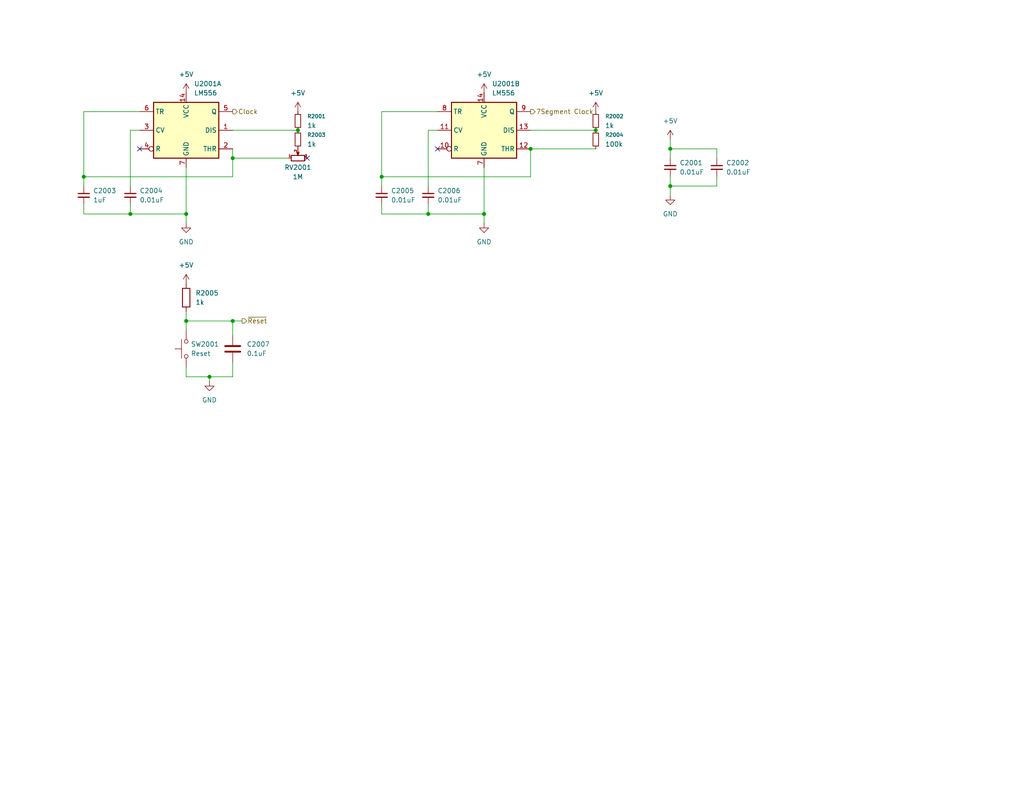
<source format=kicad_sch>
(kicad_sch (version 20250114) (generator "eeschema") (generator_version "9.0")
  (paper "USLetter")
  (title_block (title "BRISC8 CPU") (date "2025-06-26") (rev "v1.0.0") (company "Brian Duffy") (comment 3 "Compatible with the BRISC8 assembler and compiler suite.") (comment 4 "Simple 8-bit RISC CPU designed by Brian Duffy to explore the lowest level of computing."))
  (lib_symbols
    (symbol "Device:C" (pin_numbers (hide yes)) (pin_names (offset 0.254))
      (property "Reference" "C" (at 0.635 2.54 0))
      (property "Value" "C" (at 0.635 -2.54 0))
      (symbol "C_0_1"
        (polyline (pts (xy -2.032 0.762) (xy 2.032 0.762)) (stroke (width 0.508)))
        (polyline (pts (xy -2.032 -0.762) (xy 2.032 -0.762)) (stroke (width 0.508)))
      )
      (symbol "C_1_1"
        (pin passive line (at 0 3.81 270) (length 2.794) (name "~") (number "1"))
        (pin passive line (at 0 -3.81 90) (length 2.794) (name "~") (number "2"))
      )
    )
    (symbol "Device:C_Small" (pin_numbers (hide yes)) (pin_names (offset 0.254) (hide yes))
      (property "Reference" "C" (at 0.254 1.778 0))
      (property "Value" "C_Small" (at 0.254 -2.032 0))
      (symbol "C_Small_0_1"
        (polyline (pts (xy -1.524 0.508) (xy 1.524 0.508)) (stroke (width 0.3048)))
        (polyline (pts (xy -1.524 -0.508) (xy 1.524 -0.508)) (stroke (width 0.3302)))
      )
      (symbol "C_Small_1_1"
        (pin passive line (at 0 2.54 270) (length 2.032) (name "~") (number "1"))
        (pin passive line (at 0 -2.54 90) (length 2.032) (name "~") (number "2"))
      )
    )
    (symbol "Device:R" (pin_numbers (hide yes)) (pin_names (offset 0))
      (property "Reference" "R" (at 2.032 0 90))
      (property "Value" "R" (at 0 0 90))
      (symbol "R_0_1"
        (rectangle (start -1.016 -2.54) (end 1.016 2.54) (stroke (width 0.254)))
      )
      (symbol "R_1_1"
        (pin passive line (at 0 3.81 270) (length 1.27) (name "~") (number "1"))
        (pin passive line (at 0 -3.81 90) (length 1.27) (name "~") (number "2"))
      )
    )
    (symbol "Device:R_Potentiometer_Small" (pin_names (offset 1.016) (hide yes))
      (property "Reference" "RV" (at -4.445 0 90))
      (property "Value" "R_Potentiometer_Small" (at -2.54 0 90))
      (symbol "R_Potentiometer_Small_0_1"
        (rectangle (start 0.762 1.8034) (end -0.762 -1.8034) (stroke (width 0.254)))
        (polyline (pts (xy 0.889 0) (xy 0.635 0) (xy 1.651 0.381) (xy 1.651 -0.381) (xy 0.635 0) (xy 0.889 0)) (fill (type outline)))
      )
      (symbol "R_Potentiometer_Small_1_1"
        (pin passive line (at 0 2.54 270) (length 0.635) (name "1") (number "1"))
        (pin passive line (at 0 -2.54 90) (length 0.635) (name "3") (number "3"))
        (pin passive line (at 2.54 0 180) (length 0.9906) (name "2") (number "2"))
      )
    )
    (symbol "Device:R_Small" (pin_numbers (hide yes)) (pin_names (offset 0.254) (hide yes))
      (property "Reference" "R" (at 0 0 90))
      (property "Value" "R_Small" (at 1.778 0 90))
      (symbol "R_Small_0_1"
        (rectangle (start -0.762 1.778) (end 0.762 -1.778) (stroke (width 0.2032)))
      )
      (symbol "R_Small_1_1"
        (pin passive line (at 0 2.54 270) (length 0.762) (name "~") (number "1"))
        (pin passive line (at 0 -2.54 90) (length 0.762) (name "~") (number "2"))
      )
    )
    (symbol "Switch:SW_Push" (pin_numbers (hide yes)) (pin_names (offset 1.016) (hide yes))
      (property "Reference" "SW" (at 1.27 2.54 0))
      (property "Value" "SW_Push" (at 0 -1.524 0))
      (symbol "SW_Push_0_1"
        (circle (center -2.032 0) (radius 0.508))
        (polyline (pts (xy 0 1.27) (xy 0 3.048)))
        (circle (center 2.032 0) (radius 0.508))
        (polyline (pts (xy 2.54 1.27) (xy -2.54 1.27)))
        (pin passive line (at -5.08 0 0) (length 2.54) (name "1") (number "1"))
        (pin passive line (at 5.08 0 180) (length 2.54) (name "2") (number "2"))
      )
    )
    (symbol "Timer:LM556"
      (property "Reference" "U" (at -10.16 8.89 0))
      (property "Value" "LM556" (at -10.16 -8.89 0))
      (symbol "LM556_0_0"
        (pin power_in line (at 0 10.16 270) (length 2.54) (name "VCC") (number "14"))
        (pin power_in line (at 0 -10.16 90) (length 2.54) (name "GND") (number "7"))
      )
      (symbol "LM556_0_1"
        (rectangle (start -8.89 -7.62) (end 8.89 7.62) (stroke (width 0.254)) (fill (type background)))
        (rectangle (start -8.89 -7.62) (end 8.89 7.62) (stroke (width 0.254)) (fill (type background)))
      )
      (symbol "LM556_1_1"
        (pin input line (at -12.7 5.08 0) (length 3.81) (name "TR") (number "6"))
        (pin input line (at -12.7 0 0) (length 3.81) (name "CV") (number "3"))
        (pin input inverted (at -12.7 -5.08 0) (length 3.81) (name "R") (number "4"))
        (pin output line (at 12.7 5.08 180) (length 3.81) (name "Q") (number "5"))
        (pin input line (at 12.7 0 180) (length 3.81) (name "DIS") (number "1"))
        (pin input line (at 12.7 -5.08 180) (length 3.81) (name "THR") (number "2"))
      )
      (symbol "LM556_2_1"
        (pin input line (at -12.7 5.08 0) (length 3.81) (name "TR") (number "8"))
        (pin input line (at -12.7 0 0) (length 3.81) (name "CV") (number "11"))
        (pin input inverted (at -12.7 -5.08 0) (length 3.81) (name "R") (number "10"))
        (pin output line (at 12.7 5.08 180) (length 3.81) (name "Q") (number "9"))
        (pin input line (at 12.7 0 180) (length 3.81) (name "DIS") (number "13"))
        (pin input line (at 12.7 -5.08 180) (length 3.81) (name "THR") (number "12"))
      )
    )
    (symbol "power:+5V" (power) (pin_numbers (hide yes)) (pin_names (offset 0) (hide yes))
      (property "Value" "+5V" (at 0 3.556 0))
      (symbol "+5V_0_1"
        (polyline (pts (xy -0.762 1.27) (xy 0 2.54)))
        (polyline (pts (xy 0 2.54) (xy 0.762 1.27)))
        (polyline (pts (xy 0 0) (xy 0 2.54)))
      )
      (symbol "+5V_1_1"
        (pin power_in line (at 0 0 90) (length 0) (name "~") (number "1"))
      )
    )
    (symbol "power:GND" (power) (pin_numbers (hide yes)) (pin_names (offset 0) (hide yes))
      (property "Value" "GND" (at 0 -3.81 0))
      (symbol "GND_0_1"
        (polyline (pts (xy 0 0) (xy 0 -1.27) (xy 1.27 -1.27) (xy 0 -2.54) (xy -1.27 -1.27) (xy 0 -1.27)))
      )
      (symbol "GND_1_1"
        (pin power_in line (at 0 0 270) (length 0) (name "~") (number "1"))
      )
    )
  )
  (junction (at 81.28 35.56))
  (junction (at 104.14 48.26))
  (junction (at 35.56 58.42))
  (junction (at 162.56 35.56))
  (junction (at 63.5 87.63))
  (junction (at 132.08 58.42))
  (junction (at 50.8 87.63))
  (junction (at 144.78 40.64))
  (junction (at 116.84 58.42))
  (junction (at 63.5 43.18))
  (junction (at 22.86 48.26))
  (junction (at 182.88 50.8))
  (junction (at 50.8 58.42))
  (junction (at 182.88 40.64))
  (junction (at 57.15 102.87))
  (no_connect (at 119.38 40.64))
  (no_connect (at 83.82 43.18))
  (no_connect (at 38.1 40.64))
  (wire (pts (xy 50.8 58.42) (xy 50.8 60.96)))
  (wire (pts (xy 63.5 48.26) (xy 63.5 43.18)))
  (wire (pts (xy 22.86 48.26) (xy 63.5 48.26)))
  (wire (pts (xy 35.56 35.56) (xy 38.1 35.56)))
  (wire (pts (xy 35.56 50.8) (xy 35.56 35.56)))
  (wire (pts (xy 195.58 50.8) (xy 182.88 50.8)))
  (wire (pts (xy 50.8 45.72) (xy 50.8 58.42)))
  (wire (pts (xy 104.14 30.48) (xy 104.14 48.26)))
  (wire (pts (xy 63.5 43.18) (xy 63.5 40.64)))
  (wire (pts (xy 35.56 55.88) (xy 35.56 58.42)))
  (wire (pts (xy 195.58 40.64) (xy 195.58 43.18)))
  (wire (pts (xy 57.15 104.14) (xy 57.15 102.87)))
  (wire (pts (xy 35.56 58.42) (xy 22.86 58.42)))
  (wire (pts (xy 182.88 43.18) (xy 182.88 40.64)))
  (wire (pts (xy 22.86 30.48) (xy 38.1 30.48)))
  (wire (pts (xy 195.58 48.26) (xy 195.58 50.8)))
  (wire (pts (xy 132.08 58.42) (xy 132.08 60.96)))
  (wire (pts (xy 182.88 50.8) (xy 182.88 53.34)))
  (wire (pts (xy 104.14 48.26) (xy 144.78 48.26)))
  (wire (pts (xy 50.8 85.09) (xy 50.8 87.63)))
  (wire (pts (xy 63.5 43.18) (xy 78.74 43.18)))
  (wire (pts (xy 116.84 58.42) (xy 104.14 58.42)))
  (wire (pts (xy 50.8 102.87) (xy 50.8 100.33)))
  (wire (pts (xy 182.88 50.8) (xy 182.88 48.26)))
  (wire (pts (xy 63.5 87.63) (xy 50.8 87.63)))
  (wire (pts (xy 132.08 45.72) (xy 132.08 58.42)))
  (wire (pts (xy 22.86 30.48) (xy 22.86 48.26)))
  (wire (pts (xy 116.84 55.88) (xy 116.84 58.42)))
  (wire (pts (xy 144.78 35.56) (xy 162.56 35.56)))
  (wire (pts (xy 50.8 58.42) (xy 35.56 58.42)))
  (wire (pts (xy 104.14 48.26) (xy 104.14 50.8)))
  (wire (pts (xy 182.88 38.1) (xy 182.88 40.64)))
  (wire (pts (xy 116.84 35.56) (xy 119.38 35.56)))
  (wire (pts (xy 63.5 102.87) (xy 57.15 102.87)))
  (wire (pts (xy 132.08 58.42) (xy 116.84 58.42)))
  (wire (pts (xy 63.5 35.56) (xy 81.28 35.56)))
  (wire (pts (xy 50.8 87.63) (xy 50.8 90.17)))
  (wire (pts (xy 22.86 58.42) (xy 22.86 55.88)))
  (wire (pts (xy 57.15 102.87) (xy 50.8 102.87)))
  (wire (pts (xy 144.78 40.64) (xy 162.56 40.64)))
  (wire (pts (xy 63.5 87.63) (xy 66.04 87.63)))
  (wire (pts (xy 22.86 48.26) (xy 22.86 50.8)))
  (wire (pts (xy 182.88 40.64) (xy 195.58 40.64)))
  (wire (pts (xy 116.84 50.8) (xy 116.84 35.56)))
  (wire (pts (xy 104.14 58.42) (xy 104.14 55.88)))
  (wire (pts (xy 63.5 91.44) (xy 63.5 87.63)))
  (wire (pts (xy 144.78 48.26) (xy 144.78 40.64)))
  (wire (pts (xy 63.5 99.06) (xy 63.5 102.87)))
  (wire (pts (xy 119.38 30.48) (xy 104.14 30.48)))
  (hierarchical_label "7Segment Clock" (shape output) (at 144.78 30.48 0))
  (hierarchical_label "~{Reset}" (shape output) (at 66.04 87.63 0))
  (hierarchical_label "Clock" (shape output) (at 63.5 30.48 0))
  (symbol (lib_id "power:GND") (at 50.8 60.96 0) (unit 1)
    (property "Reference" "#PWR02007" (effects (hide yes)))
    (property "Value" "GND" (at 50.8 66.04 0))
    (property "Description" "Power symbol creates a global label with name \"GND\" , ground" (effects (hide yes)))
  )
  (symbol (lib_id "Device:C_Small") (at 116.84 53.34 0) (mirror y) (unit 1)
    (property "Reference" "C2006" (at 119.38 52.0762 0) (effects (justify right)))
    (property "Value" "0.01uF" (at 119.38 54.6162 0) (effects (justify right)))
    (property "Footprint" "Capacitor_THT:C_Rect_L4.0mm_W2.5mm_P2.50mm" (effects (hide yes)))
    (property "Description" "Unpolarized capacitor, small symbol" (effects (hide yes)))
  )
  (symbol (lib_id "power:+5V") (at 162.56 30.48 0) (unit 1)
    (property "Reference" "#PWR02004" (effects (hide yes)))
    (property "Value" "+5V" (at 162.56 25.4 0))
    (property "Description" "Power symbol creates a global label with name \"+5V\"" (effects (hide yes)))
  )
  (symbol (lib_id "power:+5V") (at 50.8 25.4 0) (unit 1)
    (property "Reference" "#PWR02001" (effects (hide yes)))
    (property "Value" "+5V" (at 50.8 20.32 0))
    (property "Description" "Power symbol creates a global label with name \"+5V\"" (effects (hide yes)))
  )
  (symbol (lib_id "Device:R_Potentiometer_Small") (at 81.28 43.18 90) (unit 1)
    (property "Reference" "RV2001" (at 81.28 45.72 90))
    (property "Value" "1M" (at 81.28 48.26 90))
    (property "Footprint" "Resistor_THT:R_Array_SIP5" (effects (hide yes)))
    (property "Description" "Potentiometer" (effects (hide yes)))
  )
  (symbol (lib_id "Device:C") (at 63.5 95.25 0) (unit 1)
    (property "Reference" "C2007" (at 67.31 93.9799 0) (effects (justify left)))
    (property "Value" "0.1uF" (at 67.31 96.5199 0) (effects (justify left)))
    (property "Footprint" "Capacitor_THT:C_Rect_L4.0mm_W2.5mm_P2.50mm" (effects (hide yes)))
    (property "Description" "Unpolarized capacitor" (effects (hide yes)))
  )
  (symbol (lib_id "Device:C_Small") (at 182.88 45.72 0) (mirror y) (unit 1)
    (property "Reference" "C2001" (at 185.42 44.4562 0) (effects (justify right)))
    (property "Value" "0.01uF" (at 185.42 46.9962 0) (effects (justify right)))
    (property "Footprint" "Capacitor_THT:C_Rect_L4.0mm_W2.5mm_P2.50mm" (effects (hide yes)))
    (property "Description" "Unpolarized capacitor, small symbol" (effects (hide yes)))
  )
  (symbol (lib_id "power:+5V") (at 182.88 38.1 0) (unit 1)
    (property "Reference" "#PWR02005" (effects (hide yes)))
    (property "Value" "+5V" (at 182.88 33.02 0))
    (property "Description" "Power symbol creates a global label with name \"+5V\"" (effects (hide yes)))
  )
  (symbol (lib_id "power:+5V") (at 81.28 30.48 0) (unit 1)
    (property "Reference" "#PWR02003" (effects (hide yes)))
    (property "Value" "+5V" (at 81.28 25.4 0))
    (property "Description" "Power symbol creates a global label with name \"+5V\"" (effects (hide yes)))
  )
  (symbol (lib_id "Device:C_Small") (at 35.56 53.34 0) (mirror y) (unit 1)
    (property "Reference" "C2004" (at 38.1 52.0762 0) (effects (justify right)))
    (property "Value" "0.01uF" (at 38.1 54.6162 0) (effects (justify right)))
    (property "Footprint" "Capacitor_THT:C_Rect_L4.0mm_W2.5mm_P2.50mm" (effects (hide yes)))
    (property "Description" "Unpolarized capacitor, small symbol" (effects (hide yes)))
  )
  (symbol (lib_id "power:+5V") (at 50.8 77.47 0) (unit 1)
    (property "Reference" "#PWR02009" (effects (hide yes)))
    (property "Value" "+5V" (at 50.8 72.39 0))
    (property "Description" "Power symbol creates a global label with name \"+5V\"" (effects (hide yes)))
  )
  (symbol (lib_id "power:GND") (at 132.08 60.96 0) (unit 1)
    (property "Reference" "#PWR02008" (effects (hide yes)))
    (property "Value" "GND" (at 132.08 66.04 0))
    (property "Description" "Power symbol creates a global label with name \"GND\" , ground" (effects (hide yes)))
  )
  (symbol (lib_id "power:GND") (at 57.15 104.14 0) (unit 1)
    (property "Reference" "#PWR02010" (effects (hide yes)))
    (property "Value" "GND" (at 57.15 109.22 0))
    (property "Description" "Power symbol creates a global label with name \"GND\" , ground" (effects (hide yes)))
  )
  (symbol (lib_id "Device:R_Small") (at 81.28 33.02 0) (unit 1)
    (property "Reference" "R2001" (at 83.82 31.7499 0) (effects (font (size 1.016 1.016)) (justify left)))
    (property "Value" "1k" (at 83.82 34.2899 0) (effects (justify left)))
    (property "Footprint" "Resistor_THT:R_Axial_DIN0207_L6.3mm_D2.5mm_P10.16mm_Horizontal" (effects (hide yes)))
    (property "Description" "Resistor, small symbol" (effects (hide yes)))
  )
  (symbol (lib_id "Device:C_Small") (at 104.14 53.34 0) (mirror y) (unit 1)
    (property "Reference" "C2005" (at 106.68 52.0762 0) (effects (justify right)))
    (property "Value" "0.01uF" (at 106.68 54.6162 0) (effects (justify right)))
    (property "Footprint" "Capacitor_THT:C_Rect_L4.0mm_W2.5mm_P2.50mm" (effects (hide yes)))
    (property "Description" "Unpolarized capacitor, small symbol" (effects (hide yes)))
  )
  (symbol (lib_id "power:+5V") (at 132.08 25.4 0) (unit 1)
    (property "Reference" "#PWR02002" (effects (hide yes)))
    (property "Value" "+5V" (at 132.08 20.32 0))
    (property "Description" "Power symbol creates a global label with name \"+5V\"" (effects (hide yes)))
  )
  (symbol (lib_id "Device:R_Small") (at 81.28 38.1 0) (unit 1)
    (property "Reference" "R2003" (at 83.82 36.8299 0) (effects (font (size 1.016 1.016)) (justify left)))
    (property "Value" "1k" (at 83.82 39.3699 0) (effects (justify left)))
    (property "Footprint" "Resistor_THT:R_Axial_DIN0207_L6.3mm_D2.5mm_P10.16mm_Horizontal" (effects (hide yes)))
    (property "Description" "Resistor, small symbol" (effects (hide yes)))
  )
  (symbol (lib_id "power:GND") (at 182.88 53.34 0) (unit 1)
    (property "Reference" "#PWR02006" (effects (hide yes)))
    (property "Value" "GND" (at 182.88 58.42 0))
    (property "Description" "Power symbol creates a global label with name \"GND\" , ground" (effects (hide yes)))
  )
  (symbol (lib_id "Switch:SW_Push") (at 50.8 95.25 90) (unit 1)
    (property "Reference" "SW2001" (at 52.07 93.9799 90) (effects (justify right)))
    (property "Value" "Reset" (at 52.07 96.5199 90) (effects (justify right)))
    (property "Footprint" "Button_Switch_THT:SW_PUSH_6mm" (effects (hide yes)))
    (property "Description" "Push button switch, generic, two pins" (effects (hide yes)))
  )
  (symbol (lib_id "Timer:LM556") (at 132.08 35.56 0) (unit 2)
    (property "Reference" "U2001" (at 134.2233 22.86 0) (effects (justify left)))
    (property "Value" "LM556" (at 134.2233 25.4 0) (effects (justify left)))
    (property "Footprint" "Package_DIP:DIP-14_W7.62mm" (effects (hide yes)))
    (property "Datasheet" "http://www.ti.com/lit/ds/symlink/lm556.pdf" (effects (hide yes)))
    (property "Description" "Dual Timer, DIP-14/SOIC-14" (effects (hide yes)))
  )
  (symbol (lib_id "Device:R_Small") (at 162.56 33.02 0) (unit 1)
    (property "Reference" "R2002" (at 165.1 31.7499 0) (effects (font (size 1.016 1.016)) (justify left)))
    (property "Value" "1k" (at 165.1 34.2899 0) (effects (justify left)))
    (property "Footprint" "Resistor_THT:R_Axial_DIN0207_L6.3mm_D2.5mm_P10.16mm_Horizontal" (effects (hide yes)))
    (property "Description" "Resistor, small symbol" (effects (hide yes)))
  )
  (symbol (lib_id "Device:C_Small") (at 195.58 45.72 0) (mirror y) (unit 1)
    (property "Reference" "C2002" (at 198.12 44.4562 0) (effects (justify right)))
    (property "Value" "0.01uF" (at 198.12 46.9962 0) (effects (justify right)))
    (property "Footprint" "Capacitor_THT:C_Rect_L4.0mm_W2.5mm_P2.50mm" (effects (hide yes)))
    (property "Description" "Unpolarized capacitor, small symbol" (effects (hide yes)))
  )
  (symbol (lib_id "Device:C_Small") (at 22.86 53.34 0) (mirror y) (unit 1)
    (property "Reference" "C2003" (at 25.4 52.0762 0) (effects (justify right)))
    (property "Value" "1uF" (at 25.4 54.6162 0) (effects (justify right)))
    (property "Footprint" "Capacitor_THT:C_Rect_L7.0mm_W2.5mm_P5.00mm" (effects (hide yes)))
    (property "Description" "Unpolarized capacitor, small symbol" (effects (hide yes)))
  )
  (symbol (lib_id "Timer:LM556") (at 50.8 35.56 0) (unit 1)
    (property "Reference" "U2001" (at 52.9433 22.86 0) (effects (justify left)))
    (property "Value" "LM556" (at 52.9433 25.4 0) (effects (justify left)))
    (property "Footprint" "Package_DIP:DIP-14_W7.62mm" (effects (hide yes)))
    (property "Datasheet" "http://www.ti.com/lit/ds/symlink/lm556.pdf" (effects (hide yes)))
    (property "Description" "Dual Timer, DIP-14/SOIC-14" (effects (hide yes)))
  )
  (symbol (lib_id "Device:R") (at 50.8 81.28 0) (unit 1)
    (property "Reference" "R2005" (at 53.34 80.0099 0) (effects (justify left)))
    (property "Value" "1k" (at 53.34 82.5499 0) (effects (justify left)))
    (property "Footprint" "Resistor_THT:R_Axial_DIN0207_L6.3mm_D2.5mm_P10.16mm_Horizontal" (effects (hide yes)))
    (property "Description" "Resistor" (effects (hide yes)))
  )
  (symbol (lib_id "Device:R_Small") (at 162.56 38.1 0) (unit 1)
    (property "Reference" "R2004" (at 165.1 36.8299 0) (effects (font (size 1.016 1.016)) (justify left)))
    (property "Value" "100k" (at 165.1 39.3699 0) (effects (justify left)))
    (property "Footprint" "Resistor_THT:R_Axial_DIN0207_L6.3mm_D2.5mm_P10.16mm_Horizontal" (effects (hide yes)))
    (property "Description" "Resistor, small symbol" (effects (hide yes)))
  )
)
</source>
